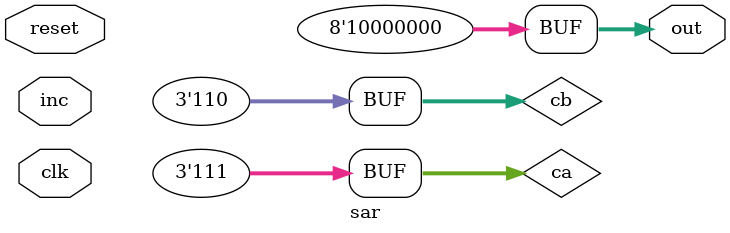
<source format=v>
module sar( output reg [7:0]out,input inc,reset, clk);

reg [2:0] ca,cb;


always @(ca)begin
if(ca !=0 )cb <= ca - 3'd1;
end

initial begin
ca <= 3'd7;
out <= 8'd128;
end

always @(reset)begin
ca <= 3'd7;
out <= 8'd128;
end

always @(negedge clk) begin
if(ca != 0)ca <= ca - 3'd1;
end

always @(posedge clk) begin
 if((cb+1)!=0) begin 
 out[cb] <= 1'b1; 
 end
 out[ca] <= inc;
end

endmodule
</source>
